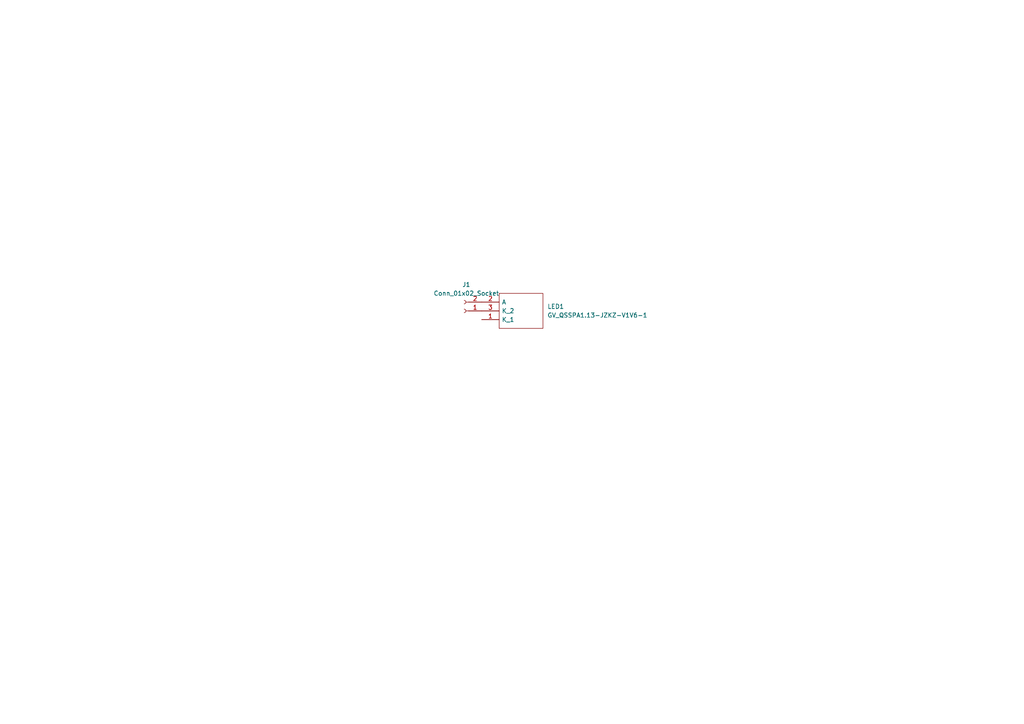
<source format=kicad_sch>
(kicad_sch (version 20231120) (generator "eeschema") (generator_version "8.0")
  (paper "A4")
  (lib_symbols
    (symbol "6_wave_stimulator:GV_QSSPA1.13-JZKZ-V1V6-1" (pin_names (offset 0.762))
      (property "Reference" "LED" (at 19.05 7.62 0))
      (property "Value" "GV_QSSPA1.13-JZKZ-V1V6-1" (at 19.05 5.08 0))
      (symbol "GV_QSSPA1.13-JZKZ-V1V6-1_0_0"
        (pin passive line (at 0 -5.08 0) (length 5.08) (name "K_1") (number "1"))
        (pin passive line (at 0 0 0) (length 5.08) (name "A") (number "2"))
        (pin passive line (at 0 -2.54 0) (length 5.08) (name "K_2") (number "3"))
      )
      (symbol "GV_QSSPA1.13-JZKZ-V1V6-1_0_1"
        (polyline (pts (xy 5.08 2.54) (xy 17.78 2.54) (xy 17.78 -7.62) (xy 5.08 -7.62) (xy 5.08 2.54)) (stroke (width 0.1524)))
      )
    )
    (symbol "Connector:Conn_01x02_Socket" (pin_names (offset 1.016) hide)
      (property "Reference" "J" (at 0 2.54 0))
      (property "Value" "Conn_01x02_Socket" (at 0 -5.08 0))
      (symbol "Conn_01x02_Socket_1_1"
        (arc (start 0 -2.032) (mid -0.5058 -2.54) (end 0 -3.048) (stroke (width 0.1524)))
        (polyline (pts (xy -1.27 -2.54) (xy -0.508 -2.54)) (stroke (width 0.1524)))
        (polyline (pts (xy -1.27 0) (xy -0.508 0)) (stroke (width 0.1524)))
        (arc (start 0 0.508) (mid -0.5058 0) (end 0 -0.508) (stroke (width 0.1524)))
        (pin passive line (at -5.08 0 0) (length 3.81) (name "Pin_1") (number "1"))
        (pin passive line (at -5.08 -2.54 0) (length 3.81) (name "Pin_2") (number "2"))
      )
    )
  )
  (symbol (lib_id "Connector:Conn_01x02_Socket") (at 134.62 90.17 180) (unit 1)
    (property "Reference" "J1" (at 135.255 82.55 0))
    (property "Value" "Conn_01x02_Socket" (at 135.255 85.09 0))
    (property "Footprint" "Connector_JST:JST_XH_B2B-XH-A_1x02_P2.50mm_Vertical" (effects (hide yes)))
    (property "Description" "Generic connector, single row, 01x02, script generated" (effects (hide yes)))
  )
  (symbol (lib_id "6_wave_stimulator:GV_QSSPA1.13-JZKZ-V1V6-1") (at 139.7 87.63 0) (unit 1)
    (property "Reference" "LED1" (at 158.75 88.8999 0) (effects (justify left)))
    (property "Value" "GV_QSSPA1.13-JZKZ-V1V6-1" (at 158.75 91.4399 0) (effects (justify left)))
    (property "Footprint" "6_wave_stimulator:GVQSSPA113JZKZV1V61" (effects (hide yes)))
    (property "Datasheet" "https://dammedia.osram.info/media/resource/hires/osram-dam-12216180/GV%20QSSPA1.13_EN.pdf" (effects (hide yes)))
    (property "Description" "High Power LEDs - Single Color GV QSSPA1.13" (effects (hide yes)))
    (property "Description_1" "High Power LEDs - Single Color GV QSSPA1.13" (effects (hide yes)))
    (property "Height" "1.73" (effects (hide yes)))
    (property "Mouser Part Number" "720-GVQSSPA113A9486" (effects (hide yes)))
    (property "Mouser Price/Stock" "https://www.mouser.co.uk/ProductDetail/ams-OSRAM/GV-QSSPA1.13-JZKZ-V1V6-1?qs=vvQtp7zwQdMSmTtBOA0oaQ%3D%3D" (effects (hide yes)))
    (property "Manufacturer_Name" "ams OSRAM" (effects (hide yes)))
    (property "Manufacturer_Part_Number" "GV QSSPA1.13-JZKZ-V1V6-1" (effects (hide yes)))
  )
)
</source>
